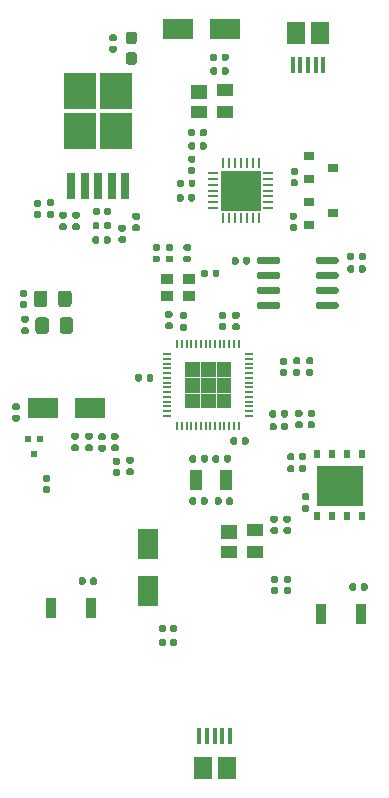
<source format=gbr>
%TF.GenerationSoftware,KiCad,Pcbnew,(5.1.6)-1*%
%TF.CreationDate,2022-06-15T11:31:04-05:00*%
%TF.ProjectId,ESP32-S2_Dev,45535033-322d-4533-925f-4465762e6b69,01*%
%TF.SameCoordinates,Original*%
%TF.FileFunction,Paste,Top*%
%TF.FilePolarity,Positive*%
%FSLAX46Y46*%
G04 Gerber Fmt 4.6, Leading zero omitted, Abs format (unit mm)*
G04 Created by KiCad (PCBNEW (5.1.6)-1) date 2022-06-15 11:31:04*
%MOMM*%
%LPD*%
G01*
G04 APERTURE LIST*
%ADD10C,0.100000*%
%ADD11C,0.152400*%
%ADD12R,1.800000X2.500000*%
%ADD13R,2.500000X1.800000*%
%ADD14R,0.500000X0.600000*%
%ADD15R,1.050000X0.950000*%
%ADD16R,0.204000X0.757199*%
%ADD17R,0.757199X0.204000*%
%ADD18R,1.500000X1.900000*%
%ADD19R,0.400000X1.350000*%
%ADD20R,0.900000X1.700000*%
%ADD21R,1.000000X1.800000*%
%ADD22R,0.800000X2.200000*%
%ADD23R,2.750000X3.050000*%
%ADD24R,3.352800X3.352800*%
%ADD25R,0.960399X0.254800*%
%ADD26R,0.254800X0.960399*%
%ADD27R,4.000000X3.400000*%
%ADD28R,0.480000X0.700000*%
%ADD29R,0.900000X0.800000*%
%ADD30R,1.400000X1.000000*%
%ADD31R,1.400000X1.200000*%
G04 APERTURE END LIST*
D10*
%TO.C,U3*%
G36*
X119429200Y-99033000D02*
G01*
X119429200Y-100170734D01*
X120566934Y-100170734D01*
X120566934Y-99033000D01*
X119429200Y-99033000D01*
G37*
X119429200Y-99033000D02*
X119429200Y-100170734D01*
X120566934Y-100170734D01*
X120566934Y-99033000D01*
X119429200Y-99033000D01*
G36*
X119429200Y-100370733D02*
G01*
X119429200Y-101508467D01*
X120566934Y-101508467D01*
X120566934Y-100370733D01*
X119429200Y-100370733D01*
G37*
X119429200Y-100370733D02*
X119429200Y-101508467D01*
X120566934Y-101508467D01*
X120566934Y-100370733D01*
X119429200Y-100370733D01*
G36*
X119429200Y-101708466D02*
G01*
X119429200Y-102846200D01*
X120566934Y-102846200D01*
X120566934Y-101708466D01*
X119429200Y-101708466D01*
G37*
X119429200Y-101708466D02*
X119429200Y-102846200D01*
X120566934Y-102846200D01*
X120566934Y-101708466D01*
X119429200Y-101708466D01*
G36*
X120766933Y-99033000D02*
G01*
X120766933Y-100170734D01*
X121904667Y-100170734D01*
X121904667Y-99033000D01*
X120766933Y-99033000D01*
G37*
X120766933Y-99033000D02*
X120766933Y-100170734D01*
X121904667Y-100170734D01*
X121904667Y-99033000D01*
X120766933Y-99033000D01*
G36*
X120766933Y-100370733D02*
G01*
X120766933Y-101508467D01*
X121904667Y-101508467D01*
X121904667Y-100370733D01*
X120766933Y-100370733D01*
G37*
X120766933Y-100370733D02*
X120766933Y-101508467D01*
X121904667Y-101508467D01*
X121904667Y-100370733D01*
X120766933Y-100370733D01*
G36*
X120766933Y-101708466D02*
G01*
X120766933Y-102846200D01*
X121904667Y-102846200D01*
X121904667Y-101708466D01*
X120766933Y-101708466D01*
G37*
X120766933Y-101708466D02*
X120766933Y-102846200D01*
X121904667Y-102846200D01*
X121904667Y-101708466D01*
X120766933Y-101708466D01*
G36*
X122104666Y-99033000D02*
G01*
X122104666Y-100170734D01*
X123242400Y-100170734D01*
X123242400Y-99033000D01*
X122104666Y-99033000D01*
G37*
X122104666Y-99033000D02*
X122104666Y-100170734D01*
X123242400Y-100170734D01*
X123242400Y-99033000D01*
X122104666Y-99033000D01*
G36*
X122104666Y-100370733D02*
G01*
X122104666Y-101508467D01*
X123242400Y-101508467D01*
X123242400Y-100370733D01*
X122104666Y-100370733D01*
G37*
X122104666Y-100370733D02*
X122104666Y-101508467D01*
X123242400Y-101508467D01*
X123242400Y-100370733D01*
X122104666Y-100370733D01*
G36*
X122104666Y-101708466D02*
G01*
X122104666Y-102846200D01*
X123242400Y-102846200D01*
X123242400Y-101708466D01*
X122104666Y-101708466D01*
G37*
X122104666Y-101708466D02*
X122104666Y-102846200D01*
X123242400Y-102846200D01*
X123242400Y-101708466D01*
X122104666Y-101708466D01*
D11*
%TO.C,U1*%
X124029800Y-86056800D02*
X124029800Y-84580400D01*
X122553400Y-86056800D02*
X124029800Y-86056800D01*
X122553400Y-84580400D02*
X122553400Y-86056800D01*
X124029800Y-84580400D02*
X122553400Y-84580400D01*
X125706200Y-86056800D02*
X125706200Y-84580400D01*
X124229800Y-86056800D02*
X125706200Y-86056800D01*
X124229800Y-84580400D02*
X124229800Y-86056800D01*
X125706200Y-84580400D02*
X124229800Y-84580400D01*
X124029800Y-84380400D02*
X124029800Y-82904000D01*
X122553400Y-84380400D02*
X124029800Y-84380400D01*
X122553400Y-82904000D02*
X122553400Y-84380400D01*
X124029800Y-82904000D02*
X122553400Y-82904000D01*
X125706200Y-84380400D02*
X125706200Y-82904000D01*
X124229800Y-84380400D02*
X125706200Y-84380400D01*
X124229800Y-82904000D02*
X124229800Y-84380400D01*
X125706200Y-82904000D02*
X124229800Y-82904000D01*
%TD*%
D12*
%TO.C,D4*%
X116230400Y-118408200D03*
X116230400Y-114408200D03*
%TD*%
D13*
%TO.C,D5*%
X122821200Y-70840600D03*
X118821200Y-70840600D03*
%TD*%
D14*
%TO.C,Q1*%
X106578400Y-106796600D03*
X106078400Y-105496600D03*
X107078400Y-105496600D03*
%TD*%
D15*
%TO.C,Y1*%
X119700400Y-91979000D03*
X119700400Y-93429000D03*
X117850400Y-93429000D03*
X117850400Y-91979000D03*
%TD*%
%TO.C,C34*%
G36*
G01*
X123525500Y-95717000D02*
X123870500Y-95717000D01*
G75*
G02*
X124018000Y-95864500I0J-147500D01*
G01*
X124018000Y-96159500D01*
G75*
G02*
X123870500Y-96307000I-147500J0D01*
G01*
X123525500Y-96307000D01*
G75*
G02*
X123378000Y-96159500I0J147500D01*
G01*
X123378000Y-95864500D01*
G75*
G02*
X123525500Y-95717000I147500J0D01*
G01*
G37*
G36*
G01*
X123525500Y-94747000D02*
X123870500Y-94747000D01*
G75*
G02*
X124018000Y-94894500I0J-147500D01*
G01*
X124018000Y-95189500D01*
G75*
G02*
X123870500Y-95337000I-147500J0D01*
G01*
X123525500Y-95337000D01*
G75*
G02*
X123378000Y-95189500I0J147500D01*
G01*
X123378000Y-94894500D01*
G75*
G02*
X123525500Y-94747000I147500J0D01*
G01*
G37*
%TD*%
D16*
%TO.C,U3*%
X118735800Y-97487600D03*
X119135799Y-97487600D03*
X119535801Y-97487600D03*
X119935800Y-97487600D03*
X120335799Y-97487600D03*
X120735801Y-97487600D03*
X121135800Y-97487600D03*
X121535800Y-97487600D03*
X121935799Y-97487600D03*
X122335801Y-97487600D03*
X122735800Y-97487600D03*
X123135799Y-97487600D03*
X123535801Y-97487600D03*
X123935800Y-97487600D03*
D17*
X124787800Y-98339600D03*
X124787800Y-98739599D03*
X124787800Y-99139601D03*
X124787800Y-99539600D03*
X124787800Y-99939599D03*
X124787800Y-100339601D03*
X124787800Y-100739600D03*
X124787800Y-101139600D03*
X124787800Y-101539599D03*
X124787800Y-101939601D03*
X124787800Y-102339600D03*
X124787800Y-102739599D03*
X124787800Y-103139601D03*
X124787800Y-103539600D03*
D16*
X123935800Y-104391600D03*
X123535801Y-104391600D03*
X123135799Y-104391600D03*
X122735800Y-104391600D03*
X122335801Y-104391600D03*
X121935799Y-104391600D03*
X121535800Y-104391600D03*
X121135800Y-104391600D03*
X120735801Y-104391600D03*
X120335799Y-104391600D03*
X119935800Y-104391600D03*
X119535801Y-104391600D03*
X119135799Y-104391600D03*
X118735800Y-104391600D03*
D17*
X117883800Y-103539600D03*
X117883800Y-103139601D03*
X117883800Y-102739599D03*
X117883800Y-102339600D03*
X117883800Y-101939601D03*
X117883800Y-101539599D03*
X117883800Y-101139600D03*
X117883800Y-100739600D03*
X117883800Y-100339601D03*
X117883800Y-99939599D03*
X117883800Y-99539600D03*
X117883800Y-99139601D03*
X117883800Y-98739599D03*
X117883800Y-98339600D03*
%TD*%
D18*
%TO.C,UART1*%
X130810000Y-71120000D03*
D19*
X129810000Y-73820000D03*
X129160000Y-73820000D03*
X128510000Y-73820000D03*
X131110000Y-73820000D03*
X130460000Y-73820000D03*
D18*
X128810000Y-71120000D03*
%TD*%
%TO.C,C36*%
G36*
G01*
X110256100Y-105575600D02*
X109911100Y-105575600D01*
G75*
G02*
X109763600Y-105428100I0J147500D01*
G01*
X109763600Y-105133100D01*
G75*
G02*
X109911100Y-104985600I147500J0D01*
G01*
X110256100Y-104985600D01*
G75*
G02*
X110403600Y-105133100I0J-147500D01*
G01*
X110403600Y-105428100D01*
G75*
G02*
X110256100Y-105575600I-147500J0D01*
G01*
G37*
G36*
G01*
X110256100Y-106545600D02*
X109911100Y-106545600D01*
G75*
G02*
X109763600Y-106398100I0J147500D01*
G01*
X109763600Y-106103100D01*
G75*
G02*
X109911100Y-105955600I147500J0D01*
G01*
X110256100Y-105955600D01*
G75*
G02*
X110403600Y-106103100I0J-147500D01*
G01*
X110403600Y-106398100D01*
G75*
G02*
X110256100Y-106545600I-147500J0D01*
G01*
G37*
%TD*%
%TO.C,R41*%
G36*
G01*
X113898900Y-88328000D02*
X114243900Y-88328000D01*
G75*
G02*
X114391400Y-88475500I0J-147500D01*
G01*
X114391400Y-88770500D01*
G75*
G02*
X114243900Y-88918000I-147500J0D01*
G01*
X113898900Y-88918000D01*
G75*
G02*
X113751400Y-88770500I0J147500D01*
G01*
X113751400Y-88475500D01*
G75*
G02*
X113898900Y-88328000I147500J0D01*
G01*
G37*
G36*
G01*
X113898900Y-87358000D02*
X114243900Y-87358000D01*
G75*
G02*
X114391400Y-87505500I0J-147500D01*
G01*
X114391400Y-87800500D01*
G75*
G02*
X114243900Y-87948000I-147500J0D01*
G01*
X113898900Y-87948000D01*
G75*
G02*
X113751400Y-87800500I0J147500D01*
G01*
X113751400Y-87505500D01*
G75*
G02*
X113898900Y-87358000I147500J0D01*
G01*
G37*
%TD*%
D20*
%TO.C,RST1*%
X130911600Y-120319800D03*
X134311600Y-120319800D03*
%TD*%
%TO.C,R38*%
G36*
G01*
X111363400Y-117723700D02*
X111363400Y-117378700D01*
G75*
G02*
X111510900Y-117231200I147500J0D01*
G01*
X111805900Y-117231200D01*
G75*
G02*
X111953400Y-117378700I0J-147500D01*
G01*
X111953400Y-117723700D01*
G75*
G02*
X111805900Y-117871200I-147500J0D01*
G01*
X111510900Y-117871200D01*
G75*
G02*
X111363400Y-117723700I0J147500D01*
G01*
G37*
G36*
G01*
X110393400Y-117723700D02*
X110393400Y-117378700D01*
G75*
G02*
X110540900Y-117231200I147500J0D01*
G01*
X110835900Y-117231200D01*
G75*
G02*
X110983400Y-117378700I0J-147500D01*
G01*
X110983400Y-117723700D01*
G75*
G02*
X110835900Y-117871200I-147500J0D01*
G01*
X110540900Y-117871200D01*
G75*
G02*
X110393400Y-117723700I0J147500D01*
G01*
G37*
%TD*%
%TO.C,R37*%
G36*
G01*
X134279000Y-118206300D02*
X134279000Y-117861300D01*
G75*
G02*
X134426500Y-117713800I147500J0D01*
G01*
X134721500Y-117713800D01*
G75*
G02*
X134869000Y-117861300I0J-147500D01*
G01*
X134869000Y-118206300D01*
G75*
G02*
X134721500Y-118353800I-147500J0D01*
G01*
X134426500Y-118353800D01*
G75*
G02*
X134279000Y-118206300I0J147500D01*
G01*
G37*
G36*
G01*
X133309000Y-118206300D02*
X133309000Y-117861300D01*
G75*
G02*
X133456500Y-117713800I147500J0D01*
G01*
X133751500Y-117713800D01*
G75*
G02*
X133899000Y-117861300I0J-147500D01*
G01*
X133899000Y-118206300D01*
G75*
G02*
X133751500Y-118353800I-147500J0D01*
G01*
X133456500Y-118353800D01*
G75*
G02*
X133309000Y-118206300I0J147500D01*
G01*
G37*
%TD*%
%TO.C,BOOT1*%
X108028000Y-119837200D03*
X111428000Y-119837200D03*
%TD*%
D21*
%TO.C,Y2*%
X120345200Y-108991400D03*
X122845200Y-108991400D03*
%TD*%
%TO.C,USER_LED1*%
G36*
G01*
X114621300Y-72776800D02*
X115096300Y-72776800D01*
G75*
G02*
X115333800Y-73014300I0J-237500D01*
G01*
X115333800Y-73589300D01*
G75*
G02*
X115096300Y-73826800I-237500J0D01*
G01*
X114621300Y-73826800D01*
G75*
G02*
X114383800Y-73589300I0J237500D01*
G01*
X114383800Y-73014300D01*
G75*
G02*
X114621300Y-72776800I237500J0D01*
G01*
G37*
G36*
G01*
X114621300Y-71026800D02*
X115096300Y-71026800D01*
G75*
G02*
X115333800Y-71264300I0J-237500D01*
G01*
X115333800Y-71839300D01*
G75*
G02*
X115096300Y-72076800I-237500J0D01*
G01*
X114621300Y-72076800D01*
G75*
G02*
X114383800Y-71839300I0J237500D01*
G01*
X114383800Y-71264300D01*
G75*
G02*
X114621300Y-71026800I237500J0D01*
G01*
G37*
%TD*%
D18*
%TO.C,USB1*%
X120920000Y-133350000D03*
D19*
X121920000Y-130650000D03*
X122570000Y-130650000D03*
X123220000Y-130650000D03*
X120620000Y-130650000D03*
X121270000Y-130650000D03*
D18*
X122920000Y-133350000D03*
%TD*%
D22*
%TO.C,U2*%
X109784800Y-84057600D03*
X110924800Y-84057600D03*
X112064800Y-84057600D03*
X113204800Y-84057600D03*
X114344800Y-84057600D03*
D23*
X113589800Y-76082600D03*
X110539800Y-79432600D03*
X110539800Y-76082600D03*
X113589800Y-79432600D03*
%TD*%
D24*
%TO.C,U1*%
X124129800Y-84480400D03*
D25*
X126451500Y-82980400D03*
X126451500Y-83480399D03*
X126451500Y-83980401D03*
X126451500Y-84480400D03*
X126451500Y-84980399D03*
X126451500Y-85480401D03*
X126451500Y-85980400D03*
D26*
X125629800Y-86802100D03*
X125129801Y-86802100D03*
X124629799Y-86802100D03*
X124129800Y-86802100D03*
X123629801Y-86802100D03*
X123129799Y-86802100D03*
X122629800Y-86802100D03*
D25*
X121808100Y-85980400D03*
X121808100Y-85480401D03*
X121808100Y-84980399D03*
X121808100Y-84480400D03*
X121808100Y-83980401D03*
X121808100Y-83480399D03*
X121808100Y-82980400D03*
D26*
X122629800Y-82158700D03*
X123129799Y-82158700D03*
X123629801Y-82158700D03*
X124129800Y-82158700D03*
X124629799Y-82158700D03*
X125129801Y-82158700D03*
X125629800Y-82158700D03*
%TD*%
%TO.C,SRAM1*%
G36*
G01*
X130455800Y-90548600D02*
X130455800Y-90248600D01*
G75*
G02*
X130605800Y-90098600I150000J0D01*
G01*
X132255800Y-90098600D01*
G75*
G02*
X132405800Y-90248600I0J-150000D01*
G01*
X132405800Y-90548600D01*
G75*
G02*
X132255800Y-90698600I-150000J0D01*
G01*
X130605800Y-90698600D01*
G75*
G02*
X130455800Y-90548600I0J150000D01*
G01*
G37*
G36*
G01*
X130455800Y-91818600D02*
X130455800Y-91518600D01*
G75*
G02*
X130605800Y-91368600I150000J0D01*
G01*
X132255800Y-91368600D01*
G75*
G02*
X132405800Y-91518600I0J-150000D01*
G01*
X132405800Y-91818600D01*
G75*
G02*
X132255800Y-91968600I-150000J0D01*
G01*
X130605800Y-91968600D01*
G75*
G02*
X130455800Y-91818600I0J150000D01*
G01*
G37*
G36*
G01*
X130455800Y-93088600D02*
X130455800Y-92788600D01*
G75*
G02*
X130605800Y-92638600I150000J0D01*
G01*
X132255800Y-92638600D01*
G75*
G02*
X132405800Y-92788600I0J-150000D01*
G01*
X132405800Y-93088600D01*
G75*
G02*
X132255800Y-93238600I-150000J0D01*
G01*
X130605800Y-93238600D01*
G75*
G02*
X130455800Y-93088600I0J150000D01*
G01*
G37*
G36*
G01*
X130455800Y-94358600D02*
X130455800Y-94058600D01*
G75*
G02*
X130605800Y-93908600I150000J0D01*
G01*
X132255800Y-93908600D01*
G75*
G02*
X132405800Y-94058600I0J-150000D01*
G01*
X132405800Y-94358600D01*
G75*
G02*
X132255800Y-94508600I-150000J0D01*
G01*
X130605800Y-94508600D01*
G75*
G02*
X130455800Y-94358600I0J150000D01*
G01*
G37*
G36*
G01*
X125505800Y-94358600D02*
X125505800Y-94058600D01*
G75*
G02*
X125655800Y-93908600I150000J0D01*
G01*
X127305800Y-93908600D01*
G75*
G02*
X127455800Y-94058600I0J-150000D01*
G01*
X127455800Y-94358600D01*
G75*
G02*
X127305800Y-94508600I-150000J0D01*
G01*
X125655800Y-94508600D01*
G75*
G02*
X125505800Y-94358600I0J150000D01*
G01*
G37*
G36*
G01*
X125505800Y-93088600D02*
X125505800Y-92788600D01*
G75*
G02*
X125655800Y-92638600I150000J0D01*
G01*
X127305800Y-92638600D01*
G75*
G02*
X127455800Y-92788600I0J-150000D01*
G01*
X127455800Y-93088600D01*
G75*
G02*
X127305800Y-93238600I-150000J0D01*
G01*
X125655800Y-93238600D01*
G75*
G02*
X125505800Y-93088600I0J150000D01*
G01*
G37*
G36*
G01*
X125505800Y-91818600D02*
X125505800Y-91518600D01*
G75*
G02*
X125655800Y-91368600I150000J0D01*
G01*
X127305800Y-91368600D01*
G75*
G02*
X127455800Y-91518600I0J-150000D01*
G01*
X127455800Y-91818600D01*
G75*
G02*
X127305800Y-91968600I-150000J0D01*
G01*
X125655800Y-91968600D01*
G75*
G02*
X125505800Y-91818600I0J150000D01*
G01*
G37*
G36*
G01*
X125505800Y-90548600D02*
X125505800Y-90248600D01*
G75*
G02*
X125655800Y-90098600I150000J0D01*
G01*
X127305800Y-90098600D01*
G75*
G02*
X127455800Y-90248600I0J-150000D01*
G01*
X127455800Y-90548600D01*
G75*
G02*
X127305800Y-90698600I-150000J0D01*
G01*
X125655800Y-90698600D01*
G75*
G02*
X125505800Y-90548600I0J150000D01*
G01*
G37*
%TD*%
D27*
%TO.C,SPI_FLASH_16Mb1*%
X132490200Y-109484400D03*
D28*
X130593200Y-106770400D03*
X131863200Y-106770400D03*
X133133200Y-106770400D03*
X134403200Y-106770400D03*
X134403200Y-112070400D03*
X133133200Y-112070400D03*
X131863200Y-112070400D03*
X130593200Y-112070400D03*
%TD*%
%TO.C,RESET_EN1*%
G36*
G01*
X108645000Y-94099801D02*
X108645000Y-93199799D01*
G75*
G02*
X108894999Y-92949800I249999J0D01*
G01*
X109545001Y-92949800D01*
G75*
G02*
X109795000Y-93199799I0J-249999D01*
G01*
X109795000Y-94099801D01*
G75*
G02*
X109545001Y-94349800I-249999J0D01*
G01*
X108894999Y-94349800D01*
G75*
G02*
X108645000Y-94099801I0J249999D01*
G01*
G37*
G36*
G01*
X106595000Y-94099801D02*
X106595000Y-93199799D01*
G75*
G02*
X106844999Y-92949800I249999J0D01*
G01*
X107495001Y-92949800D01*
G75*
G02*
X107745000Y-93199799I0J-249999D01*
G01*
X107745000Y-94099801D01*
G75*
G02*
X107495001Y-94349800I-249999J0D01*
G01*
X106844999Y-94349800D01*
G75*
G02*
X106595000Y-94099801I0J249999D01*
G01*
G37*
%TD*%
%TO.C,R36*%
G36*
G01*
X121726600Y-91663300D02*
X121726600Y-91318300D01*
G75*
G02*
X121874100Y-91170800I147500J0D01*
G01*
X122169100Y-91170800D01*
G75*
G02*
X122316600Y-91318300I0J-147500D01*
G01*
X122316600Y-91663300D01*
G75*
G02*
X122169100Y-91810800I-147500J0D01*
G01*
X121874100Y-91810800D01*
G75*
G02*
X121726600Y-91663300I0J147500D01*
G01*
G37*
G36*
G01*
X120756600Y-91663300D02*
X120756600Y-91318300D01*
G75*
G02*
X120904100Y-91170800I147500J0D01*
G01*
X121199100Y-91170800D01*
G75*
G02*
X121346600Y-91318300I0J-147500D01*
G01*
X121346600Y-91663300D01*
G75*
G02*
X121199100Y-91810800I-147500J0D01*
G01*
X120904100Y-91810800D01*
G75*
G02*
X120756600Y-91663300I0J147500D01*
G01*
G37*
%TD*%
%TO.C,R35*%
G36*
G01*
X128859500Y-104022800D02*
X129204500Y-104022800D01*
G75*
G02*
X129352000Y-104170300I0J-147500D01*
G01*
X129352000Y-104465300D01*
G75*
G02*
X129204500Y-104612800I-147500J0D01*
G01*
X128859500Y-104612800D01*
G75*
G02*
X128712000Y-104465300I0J147500D01*
G01*
X128712000Y-104170300D01*
G75*
G02*
X128859500Y-104022800I147500J0D01*
G01*
G37*
G36*
G01*
X128859500Y-103052800D02*
X129204500Y-103052800D01*
G75*
G02*
X129352000Y-103200300I0J-147500D01*
G01*
X129352000Y-103495300D01*
G75*
G02*
X129204500Y-103642800I-147500J0D01*
G01*
X128859500Y-103642800D01*
G75*
G02*
X128712000Y-103495300I0J147500D01*
G01*
X128712000Y-103200300D01*
G75*
G02*
X128859500Y-103052800I147500J0D01*
G01*
G37*
%TD*%
%TO.C,R34*%
G36*
G01*
X129926300Y-104027600D02*
X130271300Y-104027600D01*
G75*
G02*
X130418800Y-104175100I0J-147500D01*
G01*
X130418800Y-104470100D01*
G75*
G02*
X130271300Y-104617600I-147500J0D01*
G01*
X129926300Y-104617600D01*
G75*
G02*
X129778800Y-104470100I0J147500D01*
G01*
X129778800Y-104175100D01*
G75*
G02*
X129926300Y-104027600I147500J0D01*
G01*
G37*
G36*
G01*
X129926300Y-103057600D02*
X130271300Y-103057600D01*
G75*
G02*
X130418800Y-103205100I0J-147500D01*
G01*
X130418800Y-103500100D01*
G75*
G02*
X130271300Y-103647600I-147500J0D01*
G01*
X129926300Y-103647600D01*
G75*
G02*
X129778800Y-103500100I0J147500D01*
G01*
X129778800Y-103205100D01*
G75*
G02*
X129926300Y-103057600I147500J0D01*
G01*
G37*
%TD*%
%TO.C,R33*%
G36*
G01*
X130118900Y-99202600D02*
X129773900Y-99202600D01*
G75*
G02*
X129626400Y-99055100I0J147500D01*
G01*
X129626400Y-98760100D01*
G75*
G02*
X129773900Y-98612600I147500J0D01*
G01*
X130118900Y-98612600D01*
G75*
G02*
X130266400Y-98760100I0J-147500D01*
G01*
X130266400Y-99055100D01*
G75*
G02*
X130118900Y-99202600I-147500J0D01*
G01*
G37*
G36*
G01*
X130118900Y-100172600D02*
X129773900Y-100172600D01*
G75*
G02*
X129626400Y-100025100I0J147500D01*
G01*
X129626400Y-99730100D01*
G75*
G02*
X129773900Y-99582600I147500J0D01*
G01*
X130118900Y-99582600D01*
G75*
G02*
X130266400Y-99730100I0J-147500D01*
G01*
X130266400Y-100025100D01*
G75*
G02*
X130118900Y-100172600I-147500J0D01*
G01*
G37*
%TD*%
%TO.C,R32*%
G36*
G01*
X129026700Y-99202600D02*
X128681700Y-99202600D01*
G75*
G02*
X128534200Y-99055100I0J147500D01*
G01*
X128534200Y-98760100D01*
G75*
G02*
X128681700Y-98612600I147500J0D01*
G01*
X129026700Y-98612600D01*
G75*
G02*
X129174200Y-98760100I0J-147500D01*
G01*
X129174200Y-99055100D01*
G75*
G02*
X129026700Y-99202600I-147500J0D01*
G01*
G37*
G36*
G01*
X129026700Y-100172600D02*
X128681700Y-100172600D01*
G75*
G02*
X128534200Y-100025100I0J147500D01*
G01*
X128534200Y-99730100D01*
G75*
G02*
X128681700Y-99582600I147500J0D01*
G01*
X129026700Y-99582600D01*
G75*
G02*
X129174200Y-99730100I0J-147500D01*
G01*
X129174200Y-100025100D01*
G75*
G02*
X129026700Y-100172600I-147500J0D01*
G01*
G37*
%TD*%
%TO.C,R31*%
G36*
G01*
X127909100Y-99225600D02*
X127564100Y-99225600D01*
G75*
G02*
X127416600Y-99078100I0J147500D01*
G01*
X127416600Y-98783100D01*
G75*
G02*
X127564100Y-98635600I147500J0D01*
G01*
X127909100Y-98635600D01*
G75*
G02*
X128056600Y-98783100I0J-147500D01*
G01*
X128056600Y-99078100D01*
G75*
G02*
X127909100Y-99225600I-147500J0D01*
G01*
G37*
G36*
G01*
X127909100Y-100195600D02*
X127564100Y-100195600D01*
G75*
G02*
X127416600Y-100048100I0J147500D01*
G01*
X127416600Y-99753100D01*
G75*
G02*
X127564100Y-99605600I147500J0D01*
G01*
X127909100Y-99605600D01*
G75*
G02*
X128056600Y-99753100I0J-147500D01*
G01*
X128056600Y-100048100D01*
G75*
G02*
X127909100Y-100195600I-147500J0D01*
G01*
G37*
%TD*%
%TO.C,R30*%
G36*
G01*
X122752900Y-95337000D02*
X122407900Y-95337000D01*
G75*
G02*
X122260400Y-95189500I0J147500D01*
G01*
X122260400Y-94894500D01*
G75*
G02*
X122407900Y-94747000I147500J0D01*
G01*
X122752900Y-94747000D01*
G75*
G02*
X122900400Y-94894500I0J-147500D01*
G01*
X122900400Y-95189500D01*
G75*
G02*
X122752900Y-95337000I-147500J0D01*
G01*
G37*
G36*
G01*
X122752900Y-96307000D02*
X122407900Y-96307000D01*
G75*
G02*
X122260400Y-96159500I0J147500D01*
G01*
X122260400Y-95864500D01*
G75*
G02*
X122407900Y-95717000I147500J0D01*
G01*
X122752900Y-95717000D01*
G75*
G02*
X122900400Y-95864500I0J-147500D01*
G01*
X122900400Y-96159500D01*
G75*
G02*
X122752900Y-96307000I-147500J0D01*
G01*
G37*
%TD*%
%TO.C,R28*%
G36*
G01*
X113481900Y-71827400D02*
X113136900Y-71827400D01*
G75*
G02*
X112989400Y-71679900I0J147500D01*
G01*
X112989400Y-71384900D01*
G75*
G02*
X113136900Y-71237400I147500J0D01*
G01*
X113481900Y-71237400D01*
G75*
G02*
X113629400Y-71384900I0J-147500D01*
G01*
X113629400Y-71679900D01*
G75*
G02*
X113481900Y-71827400I-147500J0D01*
G01*
G37*
G36*
G01*
X113481900Y-72797400D02*
X113136900Y-72797400D01*
G75*
G02*
X112989400Y-72649900I0J147500D01*
G01*
X112989400Y-72354900D01*
G75*
G02*
X113136900Y-72207400I147500J0D01*
G01*
X113481900Y-72207400D01*
G75*
G02*
X113629400Y-72354900I0J-147500D01*
G01*
X113629400Y-72649900D01*
G75*
G02*
X113481900Y-72797400I-147500J0D01*
G01*
G37*
%TD*%
%TO.C,R26*%
G36*
G01*
X105887300Y-93462200D02*
X105542300Y-93462200D01*
G75*
G02*
X105394800Y-93314700I0J147500D01*
G01*
X105394800Y-93019700D01*
G75*
G02*
X105542300Y-92872200I147500J0D01*
G01*
X105887300Y-92872200D01*
G75*
G02*
X106034800Y-93019700I0J-147500D01*
G01*
X106034800Y-93314700D01*
G75*
G02*
X105887300Y-93462200I-147500J0D01*
G01*
G37*
G36*
G01*
X105887300Y-94432200D02*
X105542300Y-94432200D01*
G75*
G02*
X105394800Y-94284700I0J147500D01*
G01*
X105394800Y-93989700D01*
G75*
G02*
X105542300Y-93842200I147500J0D01*
G01*
X105887300Y-93842200D01*
G75*
G02*
X106034800Y-93989700I0J-147500D01*
G01*
X106034800Y-94284700D01*
G75*
G02*
X105887300Y-94432200I-147500J0D01*
G01*
G37*
%TD*%
%TO.C,R24*%
G36*
G01*
X128213900Y-112588400D02*
X127868900Y-112588400D01*
G75*
G02*
X127721400Y-112440900I0J147500D01*
G01*
X127721400Y-112145900D01*
G75*
G02*
X127868900Y-111998400I147500J0D01*
G01*
X128213900Y-111998400D01*
G75*
G02*
X128361400Y-112145900I0J-147500D01*
G01*
X128361400Y-112440900D01*
G75*
G02*
X128213900Y-112588400I-147500J0D01*
G01*
G37*
G36*
G01*
X128213900Y-113558400D02*
X127868900Y-113558400D01*
G75*
G02*
X127721400Y-113410900I0J147500D01*
G01*
X127721400Y-113115900D01*
G75*
G02*
X127868900Y-112968400I147500J0D01*
G01*
X128213900Y-112968400D01*
G75*
G02*
X128361400Y-113115900I0J-147500D01*
G01*
X128361400Y-113410900D01*
G75*
G02*
X128213900Y-113558400I-147500J0D01*
G01*
G37*
%TD*%
%TO.C,R23*%
G36*
G01*
X112531800Y-88843900D02*
X112531800Y-88498900D01*
G75*
G02*
X112679300Y-88351400I147500J0D01*
G01*
X112974300Y-88351400D01*
G75*
G02*
X113121800Y-88498900I0J-147500D01*
G01*
X113121800Y-88843900D01*
G75*
G02*
X112974300Y-88991400I-147500J0D01*
G01*
X112679300Y-88991400D01*
G75*
G02*
X112531800Y-88843900I0J147500D01*
G01*
G37*
G36*
G01*
X111561800Y-88843900D02*
X111561800Y-88498900D01*
G75*
G02*
X111709300Y-88351400I147500J0D01*
G01*
X112004300Y-88351400D01*
G75*
G02*
X112151800Y-88498900I0J-147500D01*
G01*
X112151800Y-88843900D01*
G75*
G02*
X112004300Y-88991400I-147500J0D01*
G01*
X111709300Y-88991400D01*
G75*
G02*
X111561800Y-88843900I0J147500D01*
G01*
G37*
%TD*%
%TO.C,R22*%
G36*
G01*
X128747300Y-86932000D02*
X128402300Y-86932000D01*
G75*
G02*
X128254800Y-86784500I0J147500D01*
G01*
X128254800Y-86489500D01*
G75*
G02*
X128402300Y-86342000I147500J0D01*
G01*
X128747300Y-86342000D01*
G75*
G02*
X128894800Y-86489500I0J-147500D01*
G01*
X128894800Y-86784500D01*
G75*
G02*
X128747300Y-86932000I-147500J0D01*
G01*
G37*
G36*
G01*
X128747300Y-87902000D02*
X128402300Y-87902000D01*
G75*
G02*
X128254800Y-87754500I0J147500D01*
G01*
X128254800Y-87459500D01*
G75*
G02*
X128402300Y-87312000I147500J0D01*
G01*
X128747300Y-87312000D01*
G75*
G02*
X128894800Y-87459500I0J-147500D01*
G01*
X128894800Y-87754500D01*
G75*
G02*
X128747300Y-87902000I-147500J0D01*
G01*
G37*
%TD*%
%TO.C,R21*%
G36*
G01*
X128478500Y-83529800D02*
X128823500Y-83529800D01*
G75*
G02*
X128971000Y-83677300I0J-147500D01*
G01*
X128971000Y-83972300D01*
G75*
G02*
X128823500Y-84119800I-147500J0D01*
G01*
X128478500Y-84119800D01*
G75*
G02*
X128331000Y-83972300I0J147500D01*
G01*
X128331000Y-83677300D01*
G75*
G02*
X128478500Y-83529800I147500J0D01*
G01*
G37*
G36*
G01*
X128478500Y-82559800D02*
X128823500Y-82559800D01*
G75*
G02*
X128971000Y-82707300I0J-147500D01*
G01*
X128971000Y-83002300D01*
G75*
G02*
X128823500Y-83149800I-147500J0D01*
G01*
X128478500Y-83149800D01*
G75*
G02*
X128331000Y-83002300I0J147500D01*
G01*
X128331000Y-82707300D01*
G75*
G02*
X128478500Y-82559800I147500J0D01*
G01*
G37*
%TD*%
%TO.C,R20*%
G36*
G01*
X114584700Y-107990000D02*
X114929700Y-107990000D01*
G75*
G02*
X115077200Y-108137500I0J-147500D01*
G01*
X115077200Y-108432500D01*
G75*
G02*
X114929700Y-108580000I-147500J0D01*
G01*
X114584700Y-108580000D01*
G75*
G02*
X114437200Y-108432500I0J147500D01*
G01*
X114437200Y-108137500D01*
G75*
G02*
X114584700Y-107990000I147500J0D01*
G01*
G37*
G36*
G01*
X114584700Y-107020000D02*
X114929700Y-107020000D01*
G75*
G02*
X115077200Y-107167500I0J-147500D01*
G01*
X115077200Y-107462500D01*
G75*
G02*
X114929700Y-107610000I-147500J0D01*
G01*
X114584700Y-107610000D01*
G75*
G02*
X114437200Y-107462500I0J147500D01*
G01*
X114437200Y-107167500D01*
G75*
G02*
X114584700Y-107020000I147500J0D01*
G01*
G37*
%TD*%
%TO.C,R19*%
G36*
G01*
X127894300Y-118071400D02*
X128239300Y-118071400D01*
G75*
G02*
X128386800Y-118218900I0J-147500D01*
G01*
X128386800Y-118513900D01*
G75*
G02*
X128239300Y-118661400I-147500J0D01*
G01*
X127894300Y-118661400D01*
G75*
G02*
X127746800Y-118513900I0J147500D01*
G01*
X127746800Y-118218900D01*
G75*
G02*
X127894300Y-118071400I147500J0D01*
G01*
G37*
G36*
G01*
X127894300Y-117101400D02*
X128239300Y-117101400D01*
G75*
G02*
X128386800Y-117248900I0J-147500D01*
G01*
X128386800Y-117543900D01*
G75*
G02*
X128239300Y-117691400I-147500J0D01*
G01*
X127894300Y-117691400D01*
G75*
G02*
X127746800Y-117543900I0J147500D01*
G01*
X127746800Y-117248900D01*
G75*
G02*
X127894300Y-117101400I147500J0D01*
G01*
G37*
%TD*%
%TO.C,R18*%
G36*
G01*
X106014300Y-95669600D02*
X105669300Y-95669600D01*
G75*
G02*
X105521800Y-95522100I0J147500D01*
G01*
X105521800Y-95227100D01*
G75*
G02*
X105669300Y-95079600I147500J0D01*
G01*
X106014300Y-95079600D01*
G75*
G02*
X106161800Y-95227100I0J-147500D01*
G01*
X106161800Y-95522100D01*
G75*
G02*
X106014300Y-95669600I-147500J0D01*
G01*
G37*
G36*
G01*
X106014300Y-96639600D02*
X105669300Y-96639600D01*
G75*
G02*
X105521800Y-96492100I0J147500D01*
G01*
X105521800Y-96197100D01*
G75*
G02*
X105669300Y-96049600I147500J0D01*
G01*
X106014300Y-96049600D01*
G75*
G02*
X106161800Y-96197100I0J-147500D01*
G01*
X106161800Y-96492100D01*
G75*
G02*
X106014300Y-96639600I-147500J0D01*
G01*
G37*
%TD*%
%TO.C,R17*%
G36*
G01*
X115092700Y-87335000D02*
X115437700Y-87335000D01*
G75*
G02*
X115585200Y-87482500I0J-147500D01*
G01*
X115585200Y-87777500D01*
G75*
G02*
X115437700Y-87925000I-147500J0D01*
G01*
X115092700Y-87925000D01*
G75*
G02*
X114945200Y-87777500I0J147500D01*
G01*
X114945200Y-87482500D01*
G75*
G02*
X115092700Y-87335000I147500J0D01*
G01*
G37*
G36*
G01*
X115092700Y-86365000D02*
X115437700Y-86365000D01*
G75*
G02*
X115585200Y-86512500I0J-147500D01*
G01*
X115585200Y-86807500D01*
G75*
G02*
X115437700Y-86955000I-147500J0D01*
G01*
X115092700Y-86955000D01*
G75*
G02*
X114945200Y-86807500I0J147500D01*
G01*
X114945200Y-86512500D01*
G75*
G02*
X115092700Y-86365000I147500J0D01*
G01*
G37*
%TD*%
%TO.C,R16*%
G36*
G01*
X119105900Y-95747200D02*
X119450900Y-95747200D01*
G75*
G02*
X119598400Y-95894700I0J-147500D01*
G01*
X119598400Y-96189700D01*
G75*
G02*
X119450900Y-96337200I-147500J0D01*
G01*
X119105900Y-96337200D01*
G75*
G02*
X118958400Y-96189700I0J147500D01*
G01*
X118958400Y-95894700D01*
G75*
G02*
X119105900Y-95747200I147500J0D01*
G01*
G37*
G36*
G01*
X119105900Y-94777200D02*
X119450900Y-94777200D01*
G75*
G02*
X119598400Y-94924700I0J-147500D01*
G01*
X119598400Y-95219700D01*
G75*
G02*
X119450900Y-95367200I-147500J0D01*
G01*
X119105900Y-95367200D01*
G75*
G02*
X118958400Y-95219700I0J147500D01*
G01*
X118958400Y-94924700D01*
G75*
G02*
X119105900Y-94777200I147500J0D01*
G01*
G37*
%TD*%
%TO.C,R15*%
G36*
G01*
X112542100Y-105603400D02*
X112197100Y-105603400D01*
G75*
G02*
X112049600Y-105455900I0J147500D01*
G01*
X112049600Y-105160900D01*
G75*
G02*
X112197100Y-105013400I147500J0D01*
G01*
X112542100Y-105013400D01*
G75*
G02*
X112689600Y-105160900I0J-147500D01*
G01*
X112689600Y-105455900D01*
G75*
G02*
X112542100Y-105603400I-147500J0D01*
G01*
G37*
G36*
G01*
X112542100Y-106573400D02*
X112197100Y-106573400D01*
G75*
G02*
X112049600Y-106425900I0J147500D01*
G01*
X112049600Y-106130900D01*
G75*
G02*
X112197100Y-105983400I147500J0D01*
G01*
X112542100Y-105983400D01*
G75*
G02*
X112689600Y-106130900I0J-147500D01*
G01*
X112689600Y-106425900D01*
G75*
G02*
X112542100Y-106573400I-147500J0D01*
G01*
G37*
%TD*%
%TO.C,R14*%
G36*
G01*
X119669200Y-85262500D02*
X119669200Y-84917500D01*
G75*
G02*
X119816700Y-84770000I147500J0D01*
G01*
X120111700Y-84770000D01*
G75*
G02*
X120259200Y-84917500I0J-147500D01*
G01*
X120259200Y-85262500D01*
G75*
G02*
X120111700Y-85410000I-147500J0D01*
G01*
X119816700Y-85410000D01*
G75*
G02*
X119669200Y-85262500I0J147500D01*
G01*
G37*
G36*
G01*
X118699200Y-85262500D02*
X118699200Y-84917500D01*
G75*
G02*
X118846700Y-84770000I147500J0D01*
G01*
X119141700Y-84770000D01*
G75*
G02*
X119289200Y-84917500I0J-147500D01*
G01*
X119289200Y-85262500D01*
G75*
G02*
X119141700Y-85410000I-147500J0D01*
G01*
X118846700Y-85410000D01*
G75*
G02*
X118699200Y-85262500I0J147500D01*
G01*
G37*
%TD*%
%TO.C,R13*%
G36*
G01*
X118257100Y-89599000D02*
X117912100Y-89599000D01*
G75*
G02*
X117764600Y-89451500I0J147500D01*
G01*
X117764600Y-89156500D01*
G75*
G02*
X117912100Y-89009000I147500J0D01*
G01*
X118257100Y-89009000D01*
G75*
G02*
X118404600Y-89156500I0J-147500D01*
G01*
X118404600Y-89451500D01*
G75*
G02*
X118257100Y-89599000I-147500J0D01*
G01*
G37*
G36*
G01*
X118257100Y-90569000D02*
X117912100Y-90569000D01*
G75*
G02*
X117764600Y-90421500I0J147500D01*
G01*
X117764600Y-90126500D01*
G75*
G02*
X117912100Y-89979000I147500J0D01*
G01*
X118257100Y-89979000D01*
G75*
G02*
X118404600Y-90126500I0J-147500D01*
G01*
X118404600Y-90421500D01*
G75*
G02*
X118257100Y-90569000I-147500J0D01*
G01*
G37*
%TD*%
%TO.C,R12*%
G36*
G01*
X113634300Y-105598600D02*
X113289300Y-105598600D01*
G75*
G02*
X113141800Y-105451100I0J147500D01*
G01*
X113141800Y-105156100D01*
G75*
G02*
X113289300Y-105008600I147500J0D01*
G01*
X113634300Y-105008600D01*
G75*
G02*
X113781800Y-105156100I0J-147500D01*
G01*
X113781800Y-105451100D01*
G75*
G02*
X113634300Y-105598600I-147500J0D01*
G01*
G37*
G36*
G01*
X113634300Y-106568600D02*
X113289300Y-106568600D01*
G75*
G02*
X113141800Y-106421100I0J147500D01*
G01*
X113141800Y-106126100D01*
G75*
G02*
X113289300Y-105978600I147500J0D01*
G01*
X113634300Y-105978600D01*
G75*
G02*
X113781800Y-106126100I0J-147500D01*
G01*
X113781800Y-106421100D01*
G75*
G02*
X113634300Y-106568600I-147500J0D01*
G01*
G37*
%TD*%
%TO.C,R11*%
G36*
G01*
X119694600Y-84043300D02*
X119694600Y-83698300D01*
G75*
G02*
X119842100Y-83550800I147500J0D01*
G01*
X120137100Y-83550800D01*
G75*
G02*
X120284600Y-83698300I0J-147500D01*
G01*
X120284600Y-84043300D01*
G75*
G02*
X120137100Y-84190800I-147500J0D01*
G01*
X119842100Y-84190800D01*
G75*
G02*
X119694600Y-84043300I0J147500D01*
G01*
G37*
G36*
G01*
X118724600Y-84043300D02*
X118724600Y-83698300D01*
G75*
G02*
X118872100Y-83550800I147500J0D01*
G01*
X119167100Y-83550800D01*
G75*
G02*
X119314600Y-83698300I0J-147500D01*
G01*
X119314600Y-84043300D01*
G75*
G02*
X119167100Y-84190800I-147500J0D01*
G01*
X118872100Y-84190800D01*
G75*
G02*
X118724600Y-84043300I0J147500D01*
G01*
G37*
%TD*%
%TO.C,R10*%
G36*
G01*
X119791700Y-82488400D02*
X120136700Y-82488400D01*
G75*
G02*
X120284200Y-82635900I0J-147500D01*
G01*
X120284200Y-82930900D01*
G75*
G02*
X120136700Y-83078400I-147500J0D01*
G01*
X119791700Y-83078400D01*
G75*
G02*
X119644200Y-82930900I0J147500D01*
G01*
X119644200Y-82635900D01*
G75*
G02*
X119791700Y-82488400I147500J0D01*
G01*
G37*
G36*
G01*
X119791700Y-81518400D02*
X120136700Y-81518400D01*
G75*
G02*
X120284200Y-81665900I0J-147500D01*
G01*
X120284200Y-81960900D01*
G75*
G02*
X120136700Y-82108400I-147500J0D01*
G01*
X119791700Y-82108400D01*
G75*
G02*
X119644200Y-81960900I0J147500D01*
G01*
X119644200Y-81665900D01*
G75*
G02*
X119791700Y-81518400I147500J0D01*
G01*
G37*
%TD*%
%TO.C,R8*%
G36*
G01*
X122691800Y-107360500D02*
X122691800Y-107015500D01*
G75*
G02*
X122839300Y-106868000I147500J0D01*
G01*
X123134300Y-106868000D01*
G75*
G02*
X123281800Y-107015500I0J-147500D01*
G01*
X123281800Y-107360500D01*
G75*
G02*
X123134300Y-107508000I-147500J0D01*
G01*
X122839300Y-107508000D01*
G75*
G02*
X122691800Y-107360500I0J147500D01*
G01*
G37*
G36*
G01*
X121721800Y-107360500D02*
X121721800Y-107015500D01*
G75*
G02*
X121869300Y-106868000I147500J0D01*
G01*
X122164300Y-106868000D01*
G75*
G02*
X122311800Y-107015500I0J-147500D01*
G01*
X122311800Y-107360500D01*
G75*
G02*
X122164300Y-107508000I-147500J0D01*
G01*
X121869300Y-107508000D01*
G75*
G02*
X121721800Y-107360500I0J147500D01*
G01*
G37*
%TD*%
%TO.C,R7*%
G36*
G01*
X107828300Y-86194400D02*
X108173300Y-86194400D01*
G75*
G02*
X108320800Y-86341900I0J-147500D01*
G01*
X108320800Y-86636900D01*
G75*
G02*
X108173300Y-86784400I-147500J0D01*
G01*
X107828300Y-86784400D01*
G75*
G02*
X107680800Y-86636900I0J147500D01*
G01*
X107680800Y-86341900D01*
G75*
G02*
X107828300Y-86194400I147500J0D01*
G01*
G37*
G36*
G01*
X107828300Y-85224400D02*
X108173300Y-85224400D01*
G75*
G02*
X108320800Y-85371900I0J-147500D01*
G01*
X108320800Y-85666900D01*
G75*
G02*
X108173300Y-85814400I-147500J0D01*
G01*
X107828300Y-85814400D01*
G75*
G02*
X107680800Y-85666900I0J147500D01*
G01*
X107680800Y-85371900D01*
G75*
G02*
X107828300Y-85224400I147500J0D01*
G01*
G37*
%TD*%
%TO.C,R6*%
G36*
G01*
X107843100Y-109129200D02*
X107498100Y-109129200D01*
G75*
G02*
X107350600Y-108981700I0J147500D01*
G01*
X107350600Y-108686700D01*
G75*
G02*
X107498100Y-108539200I147500J0D01*
G01*
X107843100Y-108539200D01*
G75*
G02*
X107990600Y-108686700I0J-147500D01*
G01*
X107990600Y-108981700D01*
G75*
G02*
X107843100Y-109129200I-147500J0D01*
G01*
G37*
G36*
G01*
X107843100Y-110099200D02*
X107498100Y-110099200D01*
G75*
G02*
X107350600Y-109951700I0J147500D01*
G01*
X107350600Y-109656700D01*
G75*
G02*
X107498100Y-109509200I147500J0D01*
G01*
X107843100Y-109509200D01*
G75*
G02*
X107990600Y-109656700I0J-147500D01*
G01*
X107990600Y-109951700D01*
G75*
G02*
X107843100Y-110099200I-147500J0D01*
G01*
G37*
%TD*%
%TO.C,R5*%
G36*
G01*
X120740800Y-107360500D02*
X120740800Y-107015500D01*
G75*
G02*
X120888300Y-106868000I147500J0D01*
G01*
X121183300Y-106868000D01*
G75*
G02*
X121330800Y-107015500I0J-147500D01*
G01*
X121330800Y-107360500D01*
G75*
G02*
X121183300Y-107508000I-147500J0D01*
G01*
X120888300Y-107508000D01*
G75*
G02*
X120740800Y-107360500I0J147500D01*
G01*
G37*
G36*
G01*
X119770800Y-107360500D02*
X119770800Y-107015500D01*
G75*
G02*
X119918300Y-106868000I147500J0D01*
G01*
X120213300Y-106868000D01*
G75*
G02*
X120360800Y-107015500I0J-147500D01*
G01*
X120360800Y-107360500D01*
G75*
G02*
X120213300Y-107508000I-147500J0D01*
G01*
X119918300Y-107508000D01*
G75*
G02*
X119770800Y-107360500I0J147500D01*
G01*
G37*
%TD*%
%TO.C,R4*%
G36*
G01*
X124322200Y-90596500D02*
X124322200Y-90251500D01*
G75*
G02*
X124469700Y-90104000I147500J0D01*
G01*
X124764700Y-90104000D01*
G75*
G02*
X124912200Y-90251500I0J-147500D01*
G01*
X124912200Y-90596500D01*
G75*
G02*
X124764700Y-90744000I-147500J0D01*
G01*
X124469700Y-90744000D01*
G75*
G02*
X124322200Y-90596500I0J147500D01*
G01*
G37*
G36*
G01*
X123352200Y-90596500D02*
X123352200Y-90251500D01*
G75*
G02*
X123499700Y-90104000I147500J0D01*
G01*
X123794700Y-90104000D01*
G75*
G02*
X123942200Y-90251500I0J-147500D01*
G01*
X123942200Y-90596500D01*
G75*
G02*
X123794700Y-90744000I-147500J0D01*
G01*
X123499700Y-90744000D01*
G75*
G02*
X123352200Y-90596500I0J147500D01*
G01*
G37*
%TD*%
%TO.C,R3*%
G36*
G01*
X129443700Y-111084000D02*
X129788700Y-111084000D01*
G75*
G02*
X129936200Y-111231500I0J-147500D01*
G01*
X129936200Y-111526500D01*
G75*
G02*
X129788700Y-111674000I-147500J0D01*
G01*
X129443700Y-111674000D01*
G75*
G02*
X129296200Y-111526500I0J147500D01*
G01*
X129296200Y-111231500D01*
G75*
G02*
X129443700Y-111084000I147500J0D01*
G01*
G37*
G36*
G01*
X129443700Y-110114000D02*
X129788700Y-110114000D01*
G75*
G02*
X129936200Y-110261500I0J-147500D01*
G01*
X129936200Y-110556500D01*
G75*
G02*
X129788700Y-110704000I-147500J0D01*
G01*
X129443700Y-110704000D01*
G75*
G02*
X129296200Y-110556500I0J147500D01*
G01*
X129296200Y-110261500D01*
G75*
G02*
X129443700Y-110114000I147500J0D01*
G01*
G37*
%TD*%
%TO.C,R2*%
G36*
G01*
X119755700Y-89599000D02*
X119410700Y-89599000D01*
G75*
G02*
X119263200Y-89451500I0J147500D01*
G01*
X119263200Y-89156500D01*
G75*
G02*
X119410700Y-89009000I147500J0D01*
G01*
X119755700Y-89009000D01*
G75*
G02*
X119903200Y-89156500I0J-147500D01*
G01*
X119903200Y-89451500D01*
G75*
G02*
X119755700Y-89599000I-147500J0D01*
G01*
G37*
G36*
G01*
X119755700Y-90569000D02*
X119410700Y-90569000D01*
G75*
G02*
X119263200Y-90421500I0J147500D01*
G01*
X119263200Y-90126500D01*
G75*
G02*
X119410700Y-89979000I147500J0D01*
G01*
X119755700Y-89979000D01*
G75*
G02*
X119903200Y-90126500I0J-147500D01*
G01*
X119903200Y-90421500D01*
G75*
G02*
X119755700Y-90569000I-147500J0D01*
G01*
G37*
%TD*%
%TO.C,R1*%
G36*
G01*
X105252300Y-103084000D02*
X104907300Y-103084000D01*
G75*
G02*
X104759800Y-102936500I0J147500D01*
G01*
X104759800Y-102641500D01*
G75*
G02*
X104907300Y-102494000I147500J0D01*
G01*
X105252300Y-102494000D01*
G75*
G02*
X105399800Y-102641500I0J-147500D01*
G01*
X105399800Y-102936500D01*
G75*
G02*
X105252300Y-103084000I-147500J0D01*
G01*
G37*
G36*
G01*
X105252300Y-104054000D02*
X104907300Y-104054000D01*
G75*
G02*
X104759800Y-103906500I0J147500D01*
G01*
X104759800Y-103611500D01*
G75*
G02*
X104907300Y-103464000I147500J0D01*
G01*
X105252300Y-103464000D01*
G75*
G02*
X105399800Y-103611500I0J-147500D01*
G01*
X105399800Y-103906500D01*
G75*
G02*
X105252300Y-104054000I-147500J0D01*
G01*
G37*
%TD*%
D29*
%TO.C,Q3*%
X131921000Y-86421000D03*
X129921000Y-87371000D03*
X129921000Y-85471000D03*
%TD*%
%TO.C,Q2*%
X131921000Y-82534800D03*
X129921000Y-83484800D03*
X129921000Y-81584800D03*
%TD*%
%TO.C,POWER_ON1*%
G36*
G01*
X108772000Y-96360401D02*
X108772000Y-95460399D01*
G75*
G02*
X109021999Y-95210400I249999J0D01*
G01*
X109672001Y-95210400D01*
G75*
G02*
X109922000Y-95460399I0J-249999D01*
G01*
X109922000Y-96360401D01*
G75*
G02*
X109672001Y-96610400I-249999J0D01*
G01*
X109021999Y-96610400D01*
G75*
G02*
X108772000Y-96360401I0J249999D01*
G01*
G37*
G36*
G01*
X106722000Y-96360401D02*
X106722000Y-95460399D01*
G75*
G02*
X106971999Y-95210400I249999J0D01*
G01*
X107622001Y-95210400D01*
G75*
G02*
X107872000Y-95460399I0J-249999D01*
G01*
X107872000Y-96360401D01*
G75*
G02*
X107622001Y-96610400I-249999J0D01*
G01*
X106971999Y-96610400D01*
G75*
G02*
X106722000Y-96360401I0J249999D01*
G01*
G37*
%TD*%
D30*
%TO.C,D3*%
X122799200Y-75943800D03*
X122799200Y-77843800D03*
X120599200Y-77843800D03*
D31*
X120599200Y-76123800D03*
%TD*%
D30*
%TO.C,D2*%
X125316200Y-113215200D03*
X125316200Y-115115200D03*
X123116200Y-115115200D03*
D31*
X123116200Y-113395200D03*
%TD*%
D13*
%TO.C,D1*%
X107391200Y-102870000D03*
X111391200Y-102870000D03*
%TD*%
%TO.C,C35*%
G36*
G01*
X127140200Y-103205500D02*
X127140200Y-103550500D01*
G75*
G02*
X126992700Y-103698000I-147500J0D01*
G01*
X126697700Y-103698000D01*
G75*
G02*
X126550200Y-103550500I0J147500D01*
G01*
X126550200Y-103205500D01*
G75*
G02*
X126697700Y-103058000I147500J0D01*
G01*
X126992700Y-103058000D01*
G75*
G02*
X127140200Y-103205500I0J-147500D01*
G01*
G37*
G36*
G01*
X128110200Y-103205500D02*
X128110200Y-103550500D01*
G75*
G02*
X127962700Y-103698000I-147500J0D01*
G01*
X127667700Y-103698000D01*
G75*
G02*
X127520200Y-103550500I0J147500D01*
G01*
X127520200Y-103205500D01*
G75*
G02*
X127667700Y-103058000I147500J0D01*
G01*
X127962700Y-103058000D01*
G75*
G02*
X128110200Y-103205500I0J-147500D01*
G01*
G37*
%TD*%
%TO.C,C33*%
G36*
G01*
X127149600Y-104298700D02*
X127149600Y-104643700D01*
G75*
G02*
X127002100Y-104791200I-147500J0D01*
G01*
X126707100Y-104791200D01*
G75*
G02*
X126559600Y-104643700I0J147500D01*
G01*
X126559600Y-104298700D01*
G75*
G02*
X126707100Y-104151200I147500J0D01*
G01*
X127002100Y-104151200D01*
G75*
G02*
X127149600Y-104298700I0J-147500D01*
G01*
G37*
G36*
G01*
X128119600Y-104298700D02*
X128119600Y-104643700D01*
G75*
G02*
X127972100Y-104791200I-147500J0D01*
G01*
X127677100Y-104791200D01*
G75*
G02*
X127529600Y-104643700I0J147500D01*
G01*
X127529600Y-104298700D01*
G75*
G02*
X127677100Y-104151200I147500J0D01*
G01*
X127972100Y-104151200D01*
G75*
G02*
X128119600Y-104298700I0J-147500D01*
G01*
G37*
%TD*%
%TO.C,C31*%
G36*
G01*
X123815200Y-105516900D02*
X123815200Y-105861900D01*
G75*
G02*
X123667700Y-106009400I-147500J0D01*
G01*
X123372700Y-106009400D01*
G75*
G02*
X123225200Y-105861900I0J147500D01*
G01*
X123225200Y-105516900D01*
G75*
G02*
X123372700Y-105369400I147500J0D01*
G01*
X123667700Y-105369400D01*
G75*
G02*
X123815200Y-105516900I0J-147500D01*
G01*
G37*
G36*
G01*
X124785200Y-105516900D02*
X124785200Y-105861900D01*
G75*
G02*
X124637700Y-106009400I-147500J0D01*
G01*
X124342700Y-106009400D01*
G75*
G02*
X124195200Y-105861900I0J147500D01*
G01*
X124195200Y-105516900D01*
G75*
G02*
X124342700Y-105369400I147500J0D01*
G01*
X124637700Y-105369400D01*
G75*
G02*
X124785200Y-105516900I0J-147500D01*
G01*
G37*
%TD*%
%TO.C,C29*%
G36*
G01*
X116138600Y-100502500D02*
X116138600Y-100157500D01*
G75*
G02*
X116286100Y-100010000I147500J0D01*
G01*
X116581100Y-100010000D01*
G75*
G02*
X116728600Y-100157500I0J-147500D01*
G01*
X116728600Y-100502500D01*
G75*
G02*
X116581100Y-100650000I-147500J0D01*
G01*
X116286100Y-100650000D01*
G75*
G02*
X116138600Y-100502500I0J147500D01*
G01*
G37*
G36*
G01*
X115168600Y-100502500D02*
X115168600Y-100157500D01*
G75*
G02*
X115316100Y-100010000I147500J0D01*
G01*
X115611100Y-100010000D01*
G75*
G02*
X115758600Y-100157500I0J-147500D01*
G01*
X115758600Y-100502500D01*
G75*
G02*
X115611100Y-100650000I-147500J0D01*
G01*
X115316100Y-100650000D01*
G75*
G02*
X115168600Y-100502500I0J147500D01*
G01*
G37*
%TD*%
%TO.C,C25*%
G36*
G01*
X126776700Y-112966000D02*
X127121700Y-112966000D01*
G75*
G02*
X127269200Y-113113500I0J-147500D01*
G01*
X127269200Y-113408500D01*
G75*
G02*
X127121700Y-113556000I-147500J0D01*
G01*
X126776700Y-113556000D01*
G75*
G02*
X126629200Y-113408500I0J147500D01*
G01*
X126629200Y-113113500D01*
G75*
G02*
X126776700Y-112966000I147500J0D01*
G01*
G37*
G36*
G01*
X126776700Y-111996000D02*
X127121700Y-111996000D01*
G75*
G02*
X127269200Y-112143500I0J-147500D01*
G01*
X127269200Y-112438500D01*
G75*
G02*
X127121700Y-112586000I-147500J0D01*
G01*
X126776700Y-112586000D01*
G75*
G02*
X126629200Y-112438500I0J147500D01*
G01*
X126629200Y-112143500D01*
G75*
G02*
X126776700Y-111996000I147500J0D01*
G01*
G37*
%TD*%
%TO.C,C23*%
G36*
G01*
X112536600Y-87624700D02*
X112536600Y-87279700D01*
G75*
G02*
X112684100Y-87132200I147500J0D01*
G01*
X112979100Y-87132200D01*
G75*
G02*
X113126600Y-87279700I0J-147500D01*
G01*
X113126600Y-87624700D01*
G75*
G02*
X112979100Y-87772200I-147500J0D01*
G01*
X112684100Y-87772200D01*
G75*
G02*
X112536600Y-87624700I0J147500D01*
G01*
G37*
G36*
G01*
X111566600Y-87624700D02*
X111566600Y-87279700D01*
G75*
G02*
X111714100Y-87132200I147500J0D01*
G01*
X112009100Y-87132200D01*
G75*
G02*
X112156600Y-87279700I0J-147500D01*
G01*
X112156600Y-87624700D01*
G75*
G02*
X112009100Y-87772200I-147500J0D01*
G01*
X111714100Y-87772200D01*
G75*
G02*
X111566600Y-87624700I0J147500D01*
G01*
G37*
%TD*%
%TO.C,C21*%
G36*
G01*
X127147100Y-117691400D02*
X126802100Y-117691400D01*
G75*
G02*
X126654600Y-117543900I0J147500D01*
G01*
X126654600Y-117248900D01*
G75*
G02*
X126802100Y-117101400I147500J0D01*
G01*
X127147100Y-117101400D01*
G75*
G02*
X127294600Y-117248900I0J-147500D01*
G01*
X127294600Y-117543900D01*
G75*
G02*
X127147100Y-117691400I-147500J0D01*
G01*
G37*
G36*
G01*
X127147100Y-118661400D02*
X126802100Y-118661400D01*
G75*
G02*
X126654600Y-118513900I0J147500D01*
G01*
X126654600Y-118218900D01*
G75*
G02*
X126802100Y-118071400I147500J0D01*
G01*
X127147100Y-118071400D01*
G75*
G02*
X127294600Y-118218900I0J-147500D01*
G01*
X127294600Y-118513900D01*
G75*
G02*
X127147100Y-118661400I-147500J0D01*
G01*
G37*
%TD*%
%TO.C,C20*%
G36*
G01*
X112557200Y-86430900D02*
X112557200Y-86085900D01*
G75*
G02*
X112704700Y-85938400I147500J0D01*
G01*
X112999700Y-85938400D01*
G75*
G02*
X113147200Y-86085900I0J-147500D01*
G01*
X113147200Y-86430900D01*
G75*
G02*
X112999700Y-86578400I-147500J0D01*
G01*
X112704700Y-86578400D01*
G75*
G02*
X112557200Y-86430900I0J147500D01*
G01*
G37*
G36*
G01*
X111587200Y-86430900D02*
X111587200Y-86085900D01*
G75*
G02*
X111734700Y-85938400I147500J0D01*
G01*
X112029700Y-85938400D01*
G75*
G02*
X112177200Y-86085900I0J-147500D01*
G01*
X112177200Y-86430900D01*
G75*
G02*
X112029700Y-86578400I-147500J0D01*
G01*
X111734700Y-86578400D01*
G75*
G02*
X111587200Y-86430900I0J147500D01*
G01*
G37*
%TD*%
%TO.C,C19*%
G36*
G01*
X133721200Y-89895900D02*
X133721200Y-90240900D01*
G75*
G02*
X133573700Y-90388400I-147500J0D01*
G01*
X133278700Y-90388400D01*
G75*
G02*
X133131200Y-90240900I0J147500D01*
G01*
X133131200Y-89895900D01*
G75*
G02*
X133278700Y-89748400I147500J0D01*
G01*
X133573700Y-89748400D01*
G75*
G02*
X133721200Y-89895900I0J-147500D01*
G01*
G37*
G36*
G01*
X134691200Y-89895900D02*
X134691200Y-90240900D01*
G75*
G02*
X134543700Y-90388400I-147500J0D01*
G01*
X134248700Y-90388400D01*
G75*
G02*
X134101200Y-90240900I0J147500D01*
G01*
X134101200Y-89895900D01*
G75*
G02*
X134248700Y-89748400I147500J0D01*
G01*
X134543700Y-89748400D01*
G75*
G02*
X134691200Y-89895900I0J-147500D01*
G01*
G37*
%TD*%
%TO.C,C18*%
G36*
G01*
X129041800Y-108198700D02*
X129041800Y-107853700D01*
G75*
G02*
X129189300Y-107706200I147500J0D01*
G01*
X129484300Y-107706200D01*
G75*
G02*
X129631800Y-107853700I0J-147500D01*
G01*
X129631800Y-108198700D01*
G75*
G02*
X129484300Y-108346200I-147500J0D01*
G01*
X129189300Y-108346200D01*
G75*
G02*
X129041800Y-108198700I0J147500D01*
G01*
G37*
G36*
G01*
X128071800Y-108198700D02*
X128071800Y-107853700D01*
G75*
G02*
X128219300Y-107706200I147500J0D01*
G01*
X128514300Y-107706200D01*
G75*
G02*
X128661800Y-107853700I0J-147500D01*
G01*
X128661800Y-108198700D01*
G75*
G02*
X128514300Y-108346200I-147500J0D01*
G01*
X128219300Y-108346200D01*
G75*
G02*
X128071800Y-108198700I0J147500D01*
G01*
G37*
%TD*%
%TO.C,C17*%
G36*
G01*
X133721200Y-90962700D02*
X133721200Y-91307700D01*
G75*
G02*
X133573700Y-91455200I-147500J0D01*
G01*
X133278700Y-91455200D01*
G75*
G02*
X133131200Y-91307700I0J147500D01*
G01*
X133131200Y-90962700D01*
G75*
G02*
X133278700Y-90815200I147500J0D01*
G01*
X133573700Y-90815200D01*
G75*
G02*
X133721200Y-90962700I0J-147500D01*
G01*
G37*
G36*
G01*
X134691200Y-90962700D02*
X134691200Y-91307700D01*
G75*
G02*
X134543700Y-91455200I-147500J0D01*
G01*
X134248700Y-91455200D01*
G75*
G02*
X134101200Y-91307700I0J147500D01*
G01*
X134101200Y-90962700D01*
G75*
G02*
X134248700Y-90815200I147500J0D01*
G01*
X134543700Y-90815200D01*
G75*
G02*
X134691200Y-90962700I0J-147500D01*
G01*
G37*
%TD*%
%TO.C,C16*%
G36*
G01*
X122514000Y-74518300D02*
X122514000Y-74173300D01*
G75*
G02*
X122661500Y-74025800I147500J0D01*
G01*
X122956500Y-74025800D01*
G75*
G02*
X123104000Y-74173300I0J-147500D01*
G01*
X123104000Y-74518300D01*
G75*
G02*
X122956500Y-74665800I-147500J0D01*
G01*
X122661500Y-74665800D01*
G75*
G02*
X122514000Y-74518300I0J147500D01*
G01*
G37*
G36*
G01*
X121544000Y-74518300D02*
X121544000Y-74173300D01*
G75*
G02*
X121691500Y-74025800I147500J0D01*
G01*
X121986500Y-74025800D01*
G75*
G02*
X122134000Y-74173300I0J-147500D01*
G01*
X122134000Y-74518300D01*
G75*
G02*
X121986500Y-74665800I-147500J0D01*
G01*
X121691500Y-74665800D01*
G75*
G02*
X121544000Y-74518300I0J147500D01*
G01*
G37*
%TD*%
%TO.C,C15*%
G36*
G01*
X129041800Y-107182700D02*
X129041800Y-106837700D01*
G75*
G02*
X129189300Y-106690200I147500J0D01*
G01*
X129484300Y-106690200D01*
G75*
G02*
X129631800Y-106837700I0J-147500D01*
G01*
X129631800Y-107182700D01*
G75*
G02*
X129484300Y-107330200I-147500J0D01*
G01*
X129189300Y-107330200D01*
G75*
G02*
X129041800Y-107182700I0J147500D01*
G01*
G37*
G36*
G01*
X128071800Y-107182700D02*
X128071800Y-106837700D01*
G75*
G02*
X128219300Y-106690200I147500J0D01*
G01*
X128514300Y-106690200D01*
G75*
G02*
X128661800Y-106837700I0J-147500D01*
G01*
X128661800Y-107182700D01*
G75*
G02*
X128514300Y-107330200I-147500J0D01*
G01*
X128219300Y-107330200D01*
G75*
G02*
X128071800Y-107182700I0J147500D01*
G01*
G37*
%TD*%
%TO.C,C14*%
G36*
G01*
X118145200Y-122905300D02*
X118145200Y-122560300D01*
G75*
G02*
X118292700Y-122412800I147500J0D01*
G01*
X118587700Y-122412800D01*
G75*
G02*
X118735200Y-122560300I0J-147500D01*
G01*
X118735200Y-122905300D01*
G75*
G02*
X118587700Y-123052800I-147500J0D01*
G01*
X118292700Y-123052800D01*
G75*
G02*
X118145200Y-122905300I0J147500D01*
G01*
G37*
G36*
G01*
X117175200Y-122905300D02*
X117175200Y-122560300D01*
G75*
G02*
X117322700Y-122412800I147500J0D01*
G01*
X117617700Y-122412800D01*
G75*
G02*
X117765200Y-122560300I0J-147500D01*
G01*
X117765200Y-122905300D01*
G75*
G02*
X117617700Y-123052800I-147500J0D01*
G01*
X117322700Y-123052800D01*
G75*
G02*
X117175200Y-122905300I0J147500D01*
G01*
G37*
%TD*%
%TO.C,C13*%
G36*
G01*
X113761300Y-107681400D02*
X113416300Y-107681400D01*
G75*
G02*
X113268800Y-107533900I0J147500D01*
G01*
X113268800Y-107238900D01*
G75*
G02*
X113416300Y-107091400I147500J0D01*
G01*
X113761300Y-107091400D01*
G75*
G02*
X113908800Y-107238900I0J-147500D01*
G01*
X113908800Y-107533900D01*
G75*
G02*
X113761300Y-107681400I-147500J0D01*
G01*
G37*
G36*
G01*
X113761300Y-108651400D02*
X113416300Y-108651400D01*
G75*
G02*
X113268800Y-108503900I0J147500D01*
G01*
X113268800Y-108208900D01*
G75*
G02*
X113416300Y-108061400I147500J0D01*
G01*
X113761300Y-108061400D01*
G75*
G02*
X113908800Y-108208900I0J-147500D01*
G01*
X113908800Y-108503900D01*
G75*
G02*
X113761300Y-108651400I-147500J0D01*
G01*
G37*
%TD*%
%TO.C,C12*%
G36*
G01*
X117861300Y-95645600D02*
X118206300Y-95645600D01*
G75*
G02*
X118353800Y-95793100I0J-147500D01*
G01*
X118353800Y-96088100D01*
G75*
G02*
X118206300Y-96235600I-147500J0D01*
G01*
X117861300Y-96235600D01*
G75*
G02*
X117713800Y-96088100I0J147500D01*
G01*
X117713800Y-95793100D01*
G75*
G02*
X117861300Y-95645600I147500J0D01*
G01*
G37*
G36*
G01*
X117861300Y-94675600D02*
X118206300Y-94675600D01*
G75*
G02*
X118353800Y-94823100I0J-147500D01*
G01*
X118353800Y-95118100D01*
G75*
G02*
X118206300Y-95265600I-147500J0D01*
G01*
X117861300Y-95265600D01*
G75*
G02*
X117713800Y-95118100I0J147500D01*
G01*
X117713800Y-94823100D01*
G75*
G02*
X117861300Y-94675600I147500J0D01*
G01*
G37*
%TD*%
%TO.C,C11*%
G36*
G01*
X122493400Y-73375300D02*
X122493400Y-73030300D01*
G75*
G02*
X122640900Y-72882800I147500J0D01*
G01*
X122935900Y-72882800D01*
G75*
G02*
X123083400Y-73030300I0J-147500D01*
G01*
X123083400Y-73375300D01*
G75*
G02*
X122935900Y-73522800I-147500J0D01*
G01*
X122640900Y-73522800D01*
G75*
G02*
X122493400Y-73375300I0J147500D01*
G01*
G37*
G36*
G01*
X121523400Y-73375300D02*
X121523400Y-73030300D01*
G75*
G02*
X121670900Y-72882800I147500J0D01*
G01*
X121965900Y-72882800D01*
G75*
G02*
X122113400Y-73030300I0J-147500D01*
G01*
X122113400Y-73375300D01*
G75*
G02*
X121965900Y-73522800I-147500J0D01*
G01*
X121670900Y-73522800D01*
G75*
G02*
X121523400Y-73375300I0J147500D01*
G01*
G37*
%TD*%
%TO.C,C10*%
G36*
G01*
X118163200Y-121729900D02*
X118163200Y-121384900D01*
G75*
G02*
X118310700Y-121237400I147500J0D01*
G01*
X118605700Y-121237400D01*
G75*
G02*
X118753200Y-121384900I0J-147500D01*
G01*
X118753200Y-121729900D01*
G75*
G02*
X118605700Y-121877400I-147500J0D01*
G01*
X118310700Y-121877400D01*
G75*
G02*
X118163200Y-121729900I0J147500D01*
G01*
G37*
G36*
G01*
X117193200Y-121729900D02*
X117193200Y-121384900D01*
G75*
G02*
X117340700Y-121237400I147500J0D01*
G01*
X117635700Y-121237400D01*
G75*
G02*
X117783200Y-121384900I0J-147500D01*
G01*
X117783200Y-121729900D01*
G75*
G02*
X117635700Y-121877400I-147500J0D01*
G01*
X117340700Y-121877400D01*
G75*
G02*
X117193200Y-121729900I0J147500D01*
G01*
G37*
%TD*%
%TO.C,C9*%
G36*
G01*
X116794500Y-89979000D02*
X117139500Y-89979000D01*
G75*
G02*
X117287000Y-90126500I0J-147500D01*
G01*
X117287000Y-90421500D01*
G75*
G02*
X117139500Y-90569000I-147500J0D01*
G01*
X116794500Y-90569000D01*
G75*
G02*
X116647000Y-90421500I0J147500D01*
G01*
X116647000Y-90126500D01*
G75*
G02*
X116794500Y-89979000I147500J0D01*
G01*
G37*
G36*
G01*
X116794500Y-89009000D02*
X117139500Y-89009000D01*
G75*
G02*
X117287000Y-89156500I0J-147500D01*
G01*
X117287000Y-89451500D01*
G75*
G02*
X117139500Y-89599000I-147500J0D01*
G01*
X116794500Y-89599000D01*
G75*
G02*
X116647000Y-89451500I0J147500D01*
G01*
X116647000Y-89156500D01*
G75*
G02*
X116794500Y-89009000I147500J0D01*
G01*
G37*
%TD*%
%TO.C,C8*%
G36*
G01*
X111424500Y-105578000D02*
X111079500Y-105578000D01*
G75*
G02*
X110932000Y-105430500I0J147500D01*
G01*
X110932000Y-105135500D01*
G75*
G02*
X111079500Y-104988000I147500J0D01*
G01*
X111424500Y-104988000D01*
G75*
G02*
X111572000Y-105135500I0J-147500D01*
G01*
X111572000Y-105430500D01*
G75*
G02*
X111424500Y-105578000I-147500J0D01*
G01*
G37*
G36*
G01*
X111424500Y-106548000D02*
X111079500Y-106548000D01*
G75*
G02*
X110932000Y-106400500I0J147500D01*
G01*
X110932000Y-106105500D01*
G75*
G02*
X111079500Y-105958000I147500J0D01*
G01*
X111424500Y-105958000D01*
G75*
G02*
X111572000Y-106105500I0J-147500D01*
G01*
X111572000Y-106400500D01*
G75*
G02*
X111424500Y-106548000I-147500J0D01*
G01*
G37*
%TD*%
%TO.C,C7*%
G36*
G01*
X122869600Y-110941900D02*
X122869600Y-110596900D01*
G75*
G02*
X123017100Y-110449400I147500J0D01*
G01*
X123312100Y-110449400D01*
G75*
G02*
X123459600Y-110596900I0J-147500D01*
G01*
X123459600Y-110941900D01*
G75*
G02*
X123312100Y-111089400I-147500J0D01*
G01*
X123017100Y-111089400D01*
G75*
G02*
X122869600Y-110941900I0J147500D01*
G01*
G37*
G36*
G01*
X121899600Y-110941900D02*
X121899600Y-110596900D01*
G75*
G02*
X122047100Y-110449400I147500J0D01*
G01*
X122342100Y-110449400D01*
G75*
G02*
X122489600Y-110596900I0J-147500D01*
G01*
X122489600Y-110941900D01*
G75*
G02*
X122342100Y-111089400I-147500J0D01*
G01*
X122047100Y-111089400D01*
G75*
G02*
X121899600Y-110941900I0J147500D01*
G01*
G37*
%TD*%
%TO.C,C6*%
G36*
G01*
X107081100Y-85837400D02*
X106736100Y-85837400D01*
G75*
G02*
X106588600Y-85689900I0J147500D01*
G01*
X106588600Y-85394900D01*
G75*
G02*
X106736100Y-85247400I147500J0D01*
G01*
X107081100Y-85247400D01*
G75*
G02*
X107228600Y-85394900I0J-147500D01*
G01*
X107228600Y-85689900D01*
G75*
G02*
X107081100Y-85837400I-147500J0D01*
G01*
G37*
G36*
G01*
X107081100Y-86807400D02*
X106736100Y-86807400D01*
G75*
G02*
X106588600Y-86659900I0J147500D01*
G01*
X106588600Y-86364900D01*
G75*
G02*
X106736100Y-86217400I147500J0D01*
G01*
X107081100Y-86217400D01*
G75*
G02*
X107228600Y-86364900I0J-147500D01*
G01*
X107228600Y-86659900D01*
G75*
G02*
X107081100Y-86807400I-147500J0D01*
G01*
G37*
%TD*%
%TO.C,C5*%
G36*
G01*
X120360800Y-110596900D02*
X120360800Y-110941900D01*
G75*
G02*
X120213300Y-111089400I-147500J0D01*
G01*
X119918300Y-111089400D01*
G75*
G02*
X119770800Y-110941900I0J147500D01*
G01*
X119770800Y-110596900D01*
G75*
G02*
X119918300Y-110449400I147500J0D01*
G01*
X120213300Y-110449400D01*
G75*
G02*
X120360800Y-110596900I0J-147500D01*
G01*
G37*
G36*
G01*
X121330800Y-110596900D02*
X121330800Y-110941900D01*
G75*
G02*
X121183300Y-111089400I-147500J0D01*
G01*
X120888300Y-111089400D01*
G75*
G02*
X120740800Y-110941900I0J147500D01*
G01*
X120740800Y-110596900D01*
G75*
G02*
X120888300Y-110449400I147500J0D01*
G01*
X121183300Y-110449400D01*
G75*
G02*
X121330800Y-110596900I0J-147500D01*
G01*
G37*
%TD*%
%TO.C,C4*%
G36*
G01*
X120259200Y-79405700D02*
X120259200Y-79750700D01*
G75*
G02*
X120111700Y-79898200I-147500J0D01*
G01*
X119816700Y-79898200D01*
G75*
G02*
X119669200Y-79750700I0J147500D01*
G01*
X119669200Y-79405700D01*
G75*
G02*
X119816700Y-79258200I147500J0D01*
G01*
X120111700Y-79258200D01*
G75*
G02*
X120259200Y-79405700I0J-147500D01*
G01*
G37*
G36*
G01*
X121229200Y-79405700D02*
X121229200Y-79750700D01*
G75*
G02*
X121081700Y-79898200I-147500J0D01*
G01*
X120786700Y-79898200D01*
G75*
G02*
X120639200Y-79750700I0J147500D01*
G01*
X120639200Y-79405700D01*
G75*
G02*
X120786700Y-79258200I147500J0D01*
G01*
X121081700Y-79258200D01*
G75*
G02*
X121229200Y-79405700I0J-147500D01*
G01*
G37*
%TD*%
%TO.C,C3*%
G36*
G01*
X110332300Y-86858200D02*
X109987300Y-86858200D01*
G75*
G02*
X109839800Y-86710700I0J147500D01*
G01*
X109839800Y-86415700D01*
G75*
G02*
X109987300Y-86268200I147500J0D01*
G01*
X110332300Y-86268200D01*
G75*
G02*
X110479800Y-86415700I0J-147500D01*
G01*
X110479800Y-86710700D01*
G75*
G02*
X110332300Y-86858200I-147500J0D01*
G01*
G37*
G36*
G01*
X110332300Y-87828200D02*
X109987300Y-87828200D01*
G75*
G02*
X109839800Y-87680700I0J147500D01*
G01*
X109839800Y-87385700D01*
G75*
G02*
X109987300Y-87238200I147500J0D01*
G01*
X110332300Y-87238200D01*
G75*
G02*
X110479800Y-87385700I0J-147500D01*
G01*
X110479800Y-87680700D01*
G75*
G02*
X110332300Y-87828200I-147500J0D01*
G01*
G37*
%TD*%
%TO.C,C2*%
G36*
G01*
X120259200Y-80523300D02*
X120259200Y-80868300D01*
G75*
G02*
X120111700Y-81015800I-147500J0D01*
G01*
X119816700Y-81015800D01*
G75*
G02*
X119669200Y-80868300I0J147500D01*
G01*
X119669200Y-80523300D01*
G75*
G02*
X119816700Y-80375800I147500J0D01*
G01*
X120111700Y-80375800D01*
G75*
G02*
X120259200Y-80523300I0J-147500D01*
G01*
G37*
G36*
G01*
X121229200Y-80523300D02*
X121229200Y-80868300D01*
G75*
G02*
X121081700Y-81015800I-147500J0D01*
G01*
X120786700Y-81015800D01*
G75*
G02*
X120639200Y-80868300I0J147500D01*
G01*
X120639200Y-80523300D01*
G75*
G02*
X120786700Y-80375800I147500J0D01*
G01*
X121081700Y-80375800D01*
G75*
G02*
X121229200Y-80523300I0J-147500D01*
G01*
G37*
%TD*%
%TO.C,C1*%
G36*
G01*
X109240100Y-86858200D02*
X108895100Y-86858200D01*
G75*
G02*
X108747600Y-86710700I0J147500D01*
G01*
X108747600Y-86415700D01*
G75*
G02*
X108895100Y-86268200I147500J0D01*
G01*
X109240100Y-86268200D01*
G75*
G02*
X109387600Y-86415700I0J-147500D01*
G01*
X109387600Y-86710700D01*
G75*
G02*
X109240100Y-86858200I-147500J0D01*
G01*
G37*
G36*
G01*
X109240100Y-87828200D02*
X108895100Y-87828200D01*
G75*
G02*
X108747600Y-87680700I0J147500D01*
G01*
X108747600Y-87385700D01*
G75*
G02*
X108895100Y-87238200I147500J0D01*
G01*
X109240100Y-87238200D01*
G75*
G02*
X109387600Y-87385700I0J-147500D01*
G01*
X109387600Y-87680700D01*
G75*
G02*
X109240100Y-87828200I-147500J0D01*
G01*
G37*
%TD*%
M02*

</source>
